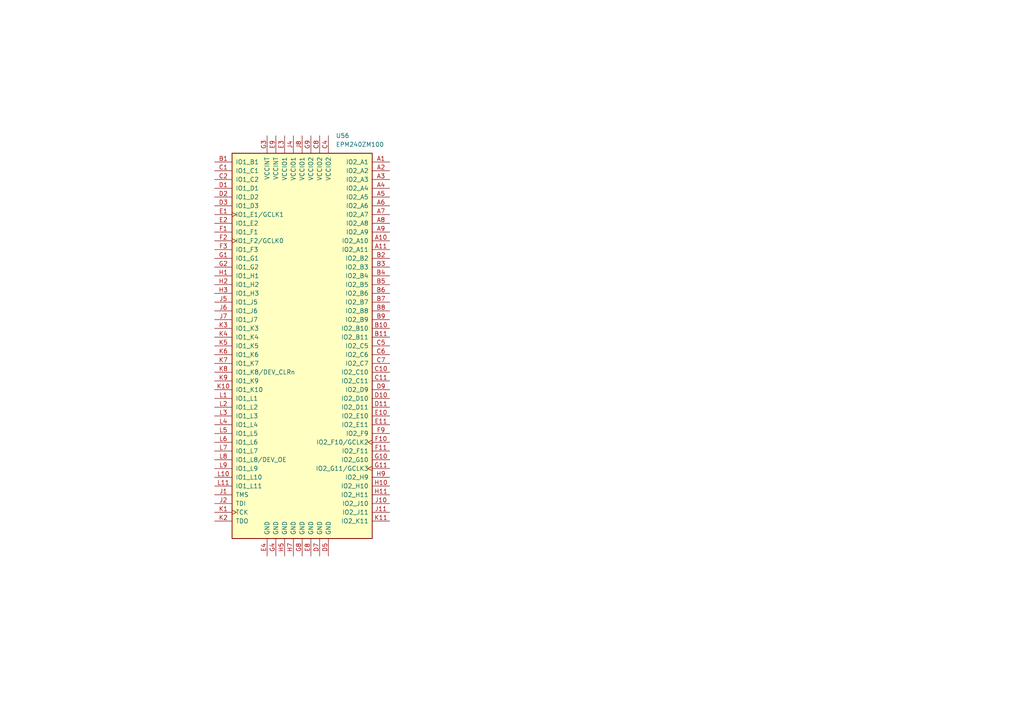
<source format=kicad_sch>
(kicad_sch (version 20250114) (generator "eeschema") (generator_version "9.0")
  (paper "A4")
  (lib_symbols
    (symbol "CPLD_Altera:EPM240ZM100" (pin_names (offset 1.016))
      (property "Reference" "U" (at 10.16 57.15 0))
      (property "Value" "EPM240ZM100" (at 10.16 -57.15 0))
      (symbol "EPM240ZM100_1_1"
        (rectangle (start -20.32 55.88) (end 20.32 -55.88) (stroke (width 0.254)) (fill (type background)))
        (pin bidirectional line (at -25.4 53.34 0) (length 5.08) (name "IO1_B1") (number "B1"))
        (pin bidirectional line (at -25.4 50.8 0) (length 5.08) (name "IO1_C1") (number "C1"))
        (pin bidirectional line (at -25.4 48.26 0) (length 5.08) (name "IO1_C2") (number "C2"))
        (pin bidirectional line (at -25.4 45.72 0) (length 5.08) (name "IO1_D1") (number "D1"))
        (pin bidirectional line (at -25.4 43.18 0) (length 5.08) (name "IO1_D2") (number "D2"))
        (pin bidirectional line (at -25.4 40.64 0) (length 5.08) (name "IO1_D3") (number "D3"))
        (pin bidirectional clock (at -25.4 38.1 0) (length 5.08) (name "IO1_E1/GCLK1") (number "E1"))
        (pin bidirectional line (at -25.4 35.56 0) (length 5.08) (name "IO1_E2") (number "E2"))
        (pin bidirectional line (at -25.4 33.02 0) (length 5.08) (name "IO1_F1") (number "F1"))
        (pin bidirectional clock (at -25.4 30.48 0) (length 5.08) (name "IO1_F2/GCLK0") (number "F2"))
        (pin bidirectional line (at -25.4 27.94 0) (length 5.08) (name "IO1_F3") (number "F3"))
        (pin bidirectional line (at -25.4 25.4 0) (length 5.08) (name "IO1_G1") (number "G1"))
        (pin bidirectional line (at -25.4 22.86 0) (length 5.08) (name "IO1_G2") (number "G2"))
        (pin bidirectional line (at -25.4 20.32 0) (length 5.08) (name "IO1_H1") (number "H1"))
        (pin bidirectional line (at -25.4 17.78 0) (length 5.08) (name "IO1_H2") (number "H2"))
        (pin bidirectional line (at -25.4 15.24 0) (length 5.08) (name "IO1_H3") (number "H3"))
        (pin bidirectional line (at -25.4 12.7 0) (length 5.08) (name "IO1_J5") (number "J5"))
        (pin bidirectional line (at -25.4 10.16 0) (length 5.08) (name "IO1_J6") (number "J6"))
        (pin bidirectional line (at -25.4 7.62 0) (length 5.08) (name "IO1_J7") (number "J7"))
        (pin bidirectional line (at -25.4 5.08 0) (length 5.08) (name "IO1_K3") (number "K3"))
        (pin bidirectional line (at -25.4 2.54 0) (length 5.08) (name "IO1_K4") (number "K4"))
        (pin bidirectional line (at -25.4 0 0) (length 5.08) (name "IO1_K5") (number "K5"))
        (pin bidirectional line (at -25.4 -2.54 0) (length 5.08) (name "IO1_K6") (number "K6"))
        (pin bidirectional line (at -25.4 -5.08 0) (length 5.08) (name "IO1_K7") (number "K7"))
        (pin bidirectional line (at -25.4 -7.62 0) (length 5.08) (name "IO1_K8/DEV_CLRn") (number "K8"))
        (pin bidirectional line (at -25.4 -10.16 0) (length 5.08) (name "IO1_K9") (number "K9"))
        (pin bidirectional line (at -25.4 -12.7 0) (length 5.08) (name "IO1_K10") (number "K10"))
        (pin bidirectional line (at -25.4 -15.24 0) (length 5.08) (name "IO1_L1") (number "L1"))
        (pin bidirectional line (at -25.4 -17.78 0) (length 5.08) (name "IO1_L2") (number "L2"))
        (pin bidirectional line (at -25.4 -20.32 0) (length 5.08) (name "IO1_L3") (number "L3"))
        (pin bidirectional line (at -25.4 -22.86 0) (length 5.08) (name "IO1_L4") (number "L4"))
        (pin bidirectional line (at -25.4 -25.4 0) (length 5.08) (name "IO1_L5") (number "L5"))
        (pin bidirectional line (at -25.4 -27.94 0) (length 5.08) (name "IO1_L6") (number "L6"))
        (pin bidirectional line (at -25.4 -30.48 0) (length 5.08) (name "IO1_L7") (number "L7"))
        (pin bidirectional line (at -25.4 -33.02 0) (length 5.08) (name "IO1_L8/DEV_OE") (number "L8"))
        (pin bidirectional line (at -25.4 -35.56 0) (length 5.08) (name "IO1_L9") (number "L9"))
        (pin bidirectional line (at -25.4 -38.1 0) (length 5.08) (name "IO1_L10") (number "L10"))
        (pin bidirectional line (at -25.4 -40.64 0) (length 5.08) (name "IO1_L11") (number "L11"))
        (pin input line (at -25.4 -43.18 0) (length 5.08) (name "TMS") (number "J1"))
        (pin input line (at -25.4 -45.72 0) (length 5.08) (name "TDI") (number "J2"))
        (pin input clock (at -25.4 -48.26 0) (length 5.08) (name "TCK") (number "K1"))
        (pin output line (at -25.4 -50.8 0) (length 5.08) (name "TDO") (number "K2"))
        (pin power_in line (at -10.16 60.96 270) (length 5.08) (name "VCCINT") (number "G3"))
        (pin power_in line (at -10.16 -60.96 90) (length 5.08) (name "GND") (number "E4"))
        (pin power_in line (at -7.62 60.96 270) (length 5.08) (name "VCCINT") (number "E9"))
        (pin power_in line (at -7.62 -60.96 90) (length 5.08) (name "GND") (number "G4"))
        (pin power_in line (at -5.08 60.96 270) (length 5.08) (name "VCCIO1") (number "E3"))
        (pin power_in line (at -5.08 -60.96 90) (length 5.08) (name "GND") (number "H5"))
        (pin power_in line (at -2.54 60.96 270) (length 5.08) (name "VCCIO1") (number "J4"))
        (pin power_in line (at -2.54 -60.96 90) (length 5.08) (name "GND") (number "H7"))
        (pin power_in line (at 0 60.96 270) (length 5.08) (name "VCCIO1") (number "J8"))
        (pin power_in line (at 0 -60.96 90) (length 5.08) (name "GND") (number "G8"))
        (pin power_in line (at 2.54 60.96 270) (length 5.08) (name "VCCIO2") (number "G9"))
        (pin power_in line (at 2.54 -60.96 90) (length 5.08) (name "GND") (number "E8"))
        (pin power_in line (at 5.08 60.96 270) (length 5.08) (name "VCCIO2") (number "C8"))
        (pin power_in line (at 5.08 -60.96 90) (length 5.08) (name "GND") (number "D7"))
        (pin power_in line (at 7.62 60.96 270) (length 5.08) (name "VCCIO2") (number "C4"))
        (pin power_in line (at 7.62 -60.96 90) (length 5.08) (name "GND") (number "D5"))
        (pin bidirectional line (at 25.4 53.34 180) (length 5.08) (name "IO2_A1") (number "A1"))
        (pin bidirectional line (at 25.4 50.8 180) (length 5.08) (name "IO2_A2") (number "A2"))
        (pin bidirectional line (at 25.4 48.26 180) (length 5.08) (name "IO2_A3") (number "A3"))
        (pin bidirectional line (at 25.4 45.72 180) (length 5.08) (name "IO2_A4") (number "A4"))
        (pin bidirectional line (at 25.4 43.18 180) (length 5.08) (name "IO2_A5") (number "A5"))
        (pin bidirectional line (at 25.4 40.64 180) (length 5.08) (name "IO2_A6") (number "A6"))
        (pin bidirectional line (at 25.4 38.1 180) (length 5.08) (name "IO2_A7") (number "A7"))
        (pin bidirectional line (at 25.4 35.56 180) (length 5.08) (name "IO2_A8") (number "A8"))
        (pin bidirectional line (at 25.4 33.02 180) (length 5.08) (name "IO2_A9") (number "A9"))
        (pin bidirectional line (at 25.4 30.48 180) (length 5.08) (name "IO2_A10") (number "A10"))
        (pin bidirectional line (at 25.4 27.94 180) (length 5.08) (name "IO2_A11") (number "A11"))
        (pin bidirectional line (at 25.4 25.4 180) (length 5.08) (name "IO2_B2") (number "B2"))
        (pin bidirectional line (at 25.4 22.86 180) (length 5.08) (name "IO2_B3") (number "B3"))
        (pin bidirectional line (at 25.4 20.32 180) (length 5.08) (name "IO2_B4") (number "B4"))
        (pin bidirectional line (at 25.4 17.78 180) (length 5.08) (name "IO2_B5") (number "B5"))
        (pin bidirectional line (at 25.4 15.24 180) (length 5.08) (name "IO2_B6") (number "B6"))
        (pin bidirectional line (at 25.4 12.7 180) (length 5.08) (name "IO2_B7") (number "B7"))
        (pin bidirectional line (at 25.4 10.16 180) (length 5.08) (name "IO2_B8") (number "B8"))
        (pin bidirectional line (at 25.4 7.62 180) (length 5.08) (name "IO2_B9") (number "B9"))
        (pin bidirectional line (at 25.4 5.08 180) (length 5.08) (name "IO2_B10") (number "B10"))
        (pin bidirectional line (at 25.4 2.54 180) (length 5.08) (name "IO2_B11") (number "B11"))
        (pin bidirectional line (at 25.4 0 180) (length 5.08) (name "IO2_C5") (number "C5"))
        (pin bidirectional line (at 25.4 -2.54 180) (length 5.08) (name "IO2_C6") (number "C6"))
        (pin bidirectional line (at 25.4 -5.08 180) (length 5.08) (name "IO2_C7") (number "C7"))
        (pin bidirectional line (at 25.4 -7.62 180) (length 5.08) (name "IO2_C10") (number "C10"))
        (pin bidirectional line (at 25.4 -10.16 180) (length 5.08) (name "IO2_C11") (number "C11"))
        (pin bidirectional line (at 25.4 -12.7 180) (length 5.08) (name "IO2_D9") (number "D9"))
        (pin bidirectional line (at 25.4 -15.24 180) (length 5.08) (name "IO2_D10") (number "D10"))
        (pin bidirectional line (at 25.4 -17.78 180) (length 5.08) (name "IO2_D11") (number "D11"))
        (pin bidirectional line (at 25.4 -20.32 180) (length 5.08) (name "IO2_E10") (number "E10"))
        (pin bidirectional line (at 25.4 -22.86 180) (length 5.08) (name "IO2_E11") (number "E11"))
        (pin bidirectional line (at 25.4 -25.4 180) (length 5.08) (name "IO2_F9") (number "F9"))
        (pin bidirectional clock (at 25.4 -27.94 180) (length 5.08) (name "IO2_F10/GCLK2") (number "F10"))
        (pin bidirectional line (at 25.4 -30.48 180) (length 5.08) (name "IO2_F11") (number "F11"))
        (pin bidirectional line (at 25.4 -33.02 180) (length 5.08) (name "IO2_G10") (number "G10"))
        (pin bidirectional clock (at 25.4 -35.56 180) (length 5.08) (name "IO2_G11/GCLK3") (number "G11"))
        (pin bidirectional line (at 25.4 -38.1 180) (length 5.08) (name "IO2_H9") (number "H9"))
        (pin bidirectional line (at 25.4 -40.64 180) (length 5.08) (name "IO2_H10") (number "H10"))
        (pin bidirectional line (at 25.4 -43.18 180) (length 5.08) (name "IO2_H11") (number "H11"))
        (pin bidirectional line (at 25.4 -45.72 180) (length 5.08) (name "IO2_J10") (number "J10"))
        (pin bidirectional line (at 25.4 -48.26 180) (length 5.08) (name "IO2_J11") (number "J11"))
        (pin bidirectional line (at 25.4 -50.8 180) (length 5.08) (name "IO2_K11") (number "K11"))
      )
    )
  )
  (symbol (lib_id "CPLD_Altera:EPM240ZM100") (at 87.63 100.33 0) (unit 1)
    (property "Reference" "U56" (at 97.3933 39.37 0) (effects (justify left)))
    (property "Value" "EPM240ZM100" (at 97.3933 41.91 0) (effects (justify left)))
    (property "Footprint" "Package_BGA:BGA-100_6.0x6.0mm_Layout11x11_P0.5mm_Ball0.3mm_Pad0.25mm_NSMD" (effects (hide yes)))
    (property "Datasheet" "https://www.altera.com/content/dam/altera-www/global/en_US/pdfs/literature/hb/max2/max2_mii5v1.pdf" (effects (hide yes)))
    (property "Description" "Altera Zero-Power MAX2 CPLD with 240 LE" (effects (hide yes)))
  )
)
</source>
